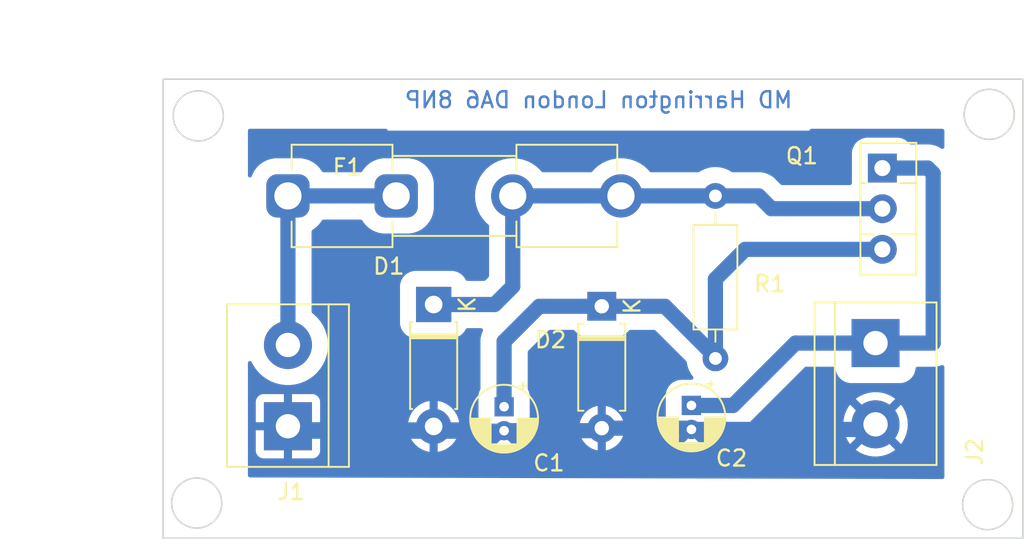
<source format=kicad_pcb>
(kicad_pcb (version 20211014) (generator pcbnew)
  (layers (0 "F.Cu" signal) (31 "B.Cu" signal) (34 "B.Paste" user) (35 "F.Paste" user) (36 "B.SilkS" user "B.Silkscreen") (37 "F.SilkS" user "F.Silkscreen") (38 "B.Mask" user) (39 "F.Mask" user) (44 "Edge.Cuts" user))
  (net 0 "")
  (net 1 "Net-(C1-Pad1)")
  (net 2 "GND")
  (net 3 "VDD")
  (net 4 "Net-(D1-Pad1)")
  (net 5 "Net-(F1-Pad1)")
  (footprint "Capacitor_THT:CP_Radial_D4.0mm_P1.50mm" (layer "F.Cu") (at 147.6 95 -90)
    (fp_text reference "C2" (at 3.3 -2.5 180) (layer "F.SilkS"))
    (fp_text value "4u7 25vwg")
    (fp_line (start 1.511 0.84) (end 1.511 1.94) (layer "F.SilkS") (width 0.12))
    (fp_line (start 0.99 -2.067) (end 0.99 -0.84) (layer "F.SilkS") (width 0.12))
    (fp_line (start 1.751 -1.83) (end 1.751 -0.84) (layer "F.SilkS") (width 0.12))
    (fp_line (start 2.231 -1.478) (end 2.231 -0.84) (layer "F.SilkS") (width 0.12))
    (fp_line (start 1.511 -1.94) (end 1.511 -0.84) (layer "F.SilkS") (width 0.12))
    (fp_line (start 1.15 0.84) (end 1.15 2.042) (layer "F.SilkS") (width 0.12))
    (fp_line (start 2.751 -0.664) (end 2.751 0.664) (layer "F.SilkS") (width 0.12))
    (fp_line (start -1.519801 -1.195) (end -1.119801 -1.195) (layer "F.SilkS") (width 0.12))
    (fp_line (start 0.87 0.84) (end 0.87 2.077) (layer "F.SilkS") (width 0.12))
    (fp_line (start 0.79 -2.08) (end 0.79 -0.84) (layer "F.SilkS") (width 0.12))
    (fp_line (start 1.23 -2.025) (end 1.23 -0.84) (layer "F.SilkS") (width 0.12))
    (fp_line (start 2.711 -0.768) (end 2.711 0.768) (layer "F.SilkS") (width 0.12))
    (fp_line (start 0.83 -2.079) (end 0.83 -0.84) (layer "F.SilkS") (width 0.12))
    (fp_line (start 1.43 0.84) (end 1.43 1.968) (layer "F.SilkS") (width 0.12))
    (fp_line (start 2.111 0.84) (end 2.111 1.587) (layer "F.SilkS") (width 0.12))
    (fp_line (start 1.39 0.84) (end 1.39 1.982) (layer "F.SilkS") (width 0.12))
    (fp_line (start 1.11 0.84) (end 1.11 2.05) (layer "F.SilkS") (width 0.12))
    (fp_line (start 2.151 -1.552) (end 2.151 -0.84) (layer "F.SilkS") (width 0.12))
    (fp_line (start 1.31 0.84) (end 1.31 2.005) (layer "F.SilkS") (width 0.12))
    (fp_line (start 0.95 -2.071) (end 0.95 -0.84) (layer "F.SilkS") (width 0.12))
    (fp_line (start 1.31 -2.005) (end 1.31 -0.84) (layer "F.SilkS") (width 0.12))
    (fp_line (start 2.071 -1.619) (end 2.071 -0.84) (layer "F.SilkS") (width 0.12))
    (fp_line (start 1.471 -1.954) (end 1.471 -0.84) (layer "F.SilkS") (width 0.12))
    (fp_line (start 1.19 -2.034) (end 1.19 -0.84) (layer "F.SilkS") (width 0.12))
    (fp_line (start 1.15 -2.042) (end 1.15 -0.84) (layer "F.SilkS") (width 0.12))
    (fp_line (start 2.271 0.84) (end 2.271 1.438) (layer "F.SilkS") (width 0.12))
    (fp_line (start 2.591 -1.013) (end 2.591 1.013) (layer "F.SilkS") (width 0.12))
    (fp_line (start 2.031 0.84) (end 2.031 1.65) (layer "F.SilkS") (width 0.12))
    (fp_line (start 0.99 0.84) (end 0.99 2.067) (layer "F.SilkS") (width 0.12))
    (fp_line (start 2.191 0.84) (end 2.191 1.516) (layer "F.SilkS") (width 0.12))
    (fp_line (start 2.791 -0.537) (end 2.791 0.537) (layer "F.SilkS") (width 0.12))
    (fp_line (start 2.431 -1.254) (end 2.431 1.254) (layer "F.SilkS") (width 0.12))
    (fp_line (start 0.91 -2.074) (end 0.91 -0.84) (layer "F.SilkS") (width 0.12))
    (fp_line (start 1.831 0.84) (end 1.831 1.785) (layer "F.SilkS") (width 0.12))
    (fp_line (start 1.27 0.84) (end 1.27 2.016) (layer "F.SilkS") (width 0.12))
    (fp_line (start 1.19 0.84) (end 1.19 2.034) (layer "F.SilkS") (width 0.12))
    (fp_line (start 1.951 0.84) (end 1.951 1.708) (layer "F.SilkS") (width 0.12))
    (fp_line (start 2.231 0.84) (end 2.231 1.478) (layer "F.SilkS") (width 0.12))
    (fp_line (start 2.311 -1.396) (end 2.311 -0.84) (layer "F.SilkS") (width 0.12))
    (fp_line (start 1.471 0.84) (end 1.471 1.954) (layer "F.SilkS") (width 0.12))
    (fp_line (start 1.991 0.84) (end 1.991 1.68) (layer "F.SilkS") (width 0.12))
    (fp_line (start 2.151 0.84) (end 2.151 1.552) (layer "F.SilkS") (width 0.12))
    (fp_line (start 1.711 -1.851) (end 1.711 -0.84) (layer "F.SilkS") (width 0.12))
    (fp_line (start 2.671 -0.859) (end 2.671 0.859) (layer "F.SilkS") (width 0.12))
    (fp_line (start 2.511 -1.142) (end 2.511 1.142) (layer "F.SilkS") (width 0.12))
    (fp_line (start 1.831 -1.785) (end 1.831 -0.84) (layer "F.SilkS") (width 0.12))
    (fp_line (start 1.551 -1.924) (end 1.551 -0.84) (layer "F.SilkS") (width 0.12))
    (fp_line (start 2.271 -1.438) (end 2.271 -0.84) (layer "F.SilkS") (width 0.12))
    (fp_line (start 2.071 0.84) (end 2.071 1.619) (layer "F.SilkS") (width 0.12))
    (fp_line (start 0.83 0.84) (end 0.83 2.079) (layer "F.SilkS") (width 0.12))
    (fp_line (start 1.711 0.84) (end 1.711 1.851) (layer "F.SilkS") (width 0.12))
    (fp_line (start 0.91 0.84) (end 0.91 2.074) (layer "F.SilkS") (width 0.12))
    (fp_line (start 1.671 -1.87) (end 1.671 -0.84) (layer "F.SilkS") (width 0.12))
    (fp_line (start 1.911 -1.735) (end 1.911 -0.84) (layer "F.SilkS") (width 0.12))
    (fp_line (start 0.95 0.84) (end 0.95 2.071) (layer "F.SilkS") (width 0.12))
    (fp_line (start 1.631 -1.889) (end 1.631 -0.84) (layer "F.SilkS") (width 0.12))
    (fp_line (start 1.551 0.84) (end 1.551 1.924) (layer "F.SilkS") (width 0.12))
    (fp_line (start 2.111 -1.587) (end 2.111 -0.84) (layer "F.SilkS") (width 0.12))
    (fp_line (start 0.87 -2.077) (end 0.87 -0.84) (layer "F.SilkS") (width 0.12))
    (fp_line (start 1.871 -1.76) (end 1.871 -0.84) (layer "F.SilkS") (width 0.12))
    (fp_line (start 1.03 0.84) (end 1.03 2.062) (layer "F.SilkS") (width 0.12))
    (fp_line (start 1.951 -1.708) (end 1.951 -0.84) (layer "F.SilkS") (width 0.12))
    (fp_line (start 2.471 -1.2) (end 2.471 1.2) (layer "F.SilkS") (width 0.12))
    (fp_line (start 1.07 -2.056) (end 1.07 -0.84) (layer "F.SilkS") (width 0.12))
    (fp_line (start 2.191 -1.516) (end 2.191 -0.84) (layer "F.SilkS") (width 0.12))
    (fp_line (start 1.03 -2.062) (end 1.03 -0.84) (layer "F.SilkS") (width 0.12))
    (fp_line (start 1.35 -1.994) (end 1.35 -0.84) (layer "F.SilkS") (width 0.12))
    (fp_line (start 0.75 0.84) (end 0.75 2.08) (layer "F.SilkS") (width 0.12))
    (fp_line (start 1.671 0.84) (end 1.671 1.87) (layer "F.SilkS") (width 0.12))
    (fp_line (start 0.79 0.84) (end 0.79 2.08) (layer "F.SilkS") (width 0.12))
    (fp_line (start 2.031 -1.65) (end 2.031 -0.84) (layer "F.SilkS") (width 0.12))
    (fp_line (start 1.23 0.84) (end 1.23 2.025) (layer "F.SilkS") (width 0.12))
    (fp_line (start 1.43 -1.968) (end 1.43 -0.84) (layer "F.SilkS") (width 0.12))
    (fp_line (start 2.351 -1.351) (end 2.351 1.351) (layer "F.SilkS") (width 0.12))
    (fp_line (start 0.75 -2.08) (end 0.75 -0.84) (layer "F.SilkS") (width 0.12))
    (fp_line (start 2.831 -0.37) (end 2.831 0.37) (layer "F.SilkS") (width 0.12))
    (fp_line (start 2.391 -1.304) (end 2.391 1.304) (layer "F.SilkS") (width 0.12))
    (fp_line (start 1.991 -1.68) (end 1.991 -0.84) (layer "F.SilkS") (width 0.12))
    (fp_line (start 1.39 -1.982) (end 1.39 -0.84) (layer "F.SilkS") (width 0.12))
    (fp_line (start 1.911 0.84) (end 1.911 1.735) (layer "F.SilkS") (width 0.12))
    (fp_line (start 1.591 0.84) (end 1.591 1.907) (layer "F.SilkS") (width 0.12))
    (fp_line (start 1.07 0.84) (end 1.07 2.056) (layer "F.SilkS") (width 0.12))
    (fp_line (start 1.751 0.84) (end 1.751 1.83) (layer "F.SilkS") (width 0.12))
    (fp_line (start 1.27 -2.016) (end 1.27 -0.84) (layer "F.SilkS") (width 0.12))
    (fp_line (start 1.35 0.84) (end 1.35 1.994) (layer "F.SilkS") (width 0.12))
    (fp_line (start 1.791 -1.808) (end 1.791 -0.84) (layer "F.SilkS") (width 0.12))
    (fp_line (start -1.319801 -1.395) (end -1.319801 -0.995) (layer "F.SilkS") (width 0.12))
    (fp_line (start 1.791 0.84) (end 1.791 1.808) (layer "F.SilkS") (width 0.12))
    (fp_line (start 1.631 0.84) (end 1.631 1.889) (layer "F.SilkS") (width 0.12))
    (fp_line (start 2.311 0.84) (end 2.311 1.396) (layer "F.SilkS") (width 0.12))
    (fp_line (start 1.11 -2.05) (end 1.11 -0.84) (layer "F.SilkS") (width 0.12))
    (fp_line (start 1.591 -1.907) (end 1.591 -0.84) (layer "F.SilkS") (width 0.12))
    (fp_line (start 2.551 -1.08) (end 2.551 1.08) (layer "F.SilkS") (width 0.12))
    (fp_line (start 1.871 0.84) (end 1.871 1.76) (layer "F.SilkS") (width 0.12))
    (fp_line (start 2.631 -0.94) (end 2.631 0.94) (layer "F.SilkS") (width 0.12))
    (fp_circle (center 0.75 0) (end 2.87 0) (layer "F.SilkS") (width 0.12) (fill none))
    (pad "1" thru_hole rect (at 0 0 270) (size 1.2 1.2) (drill 0.6) (layers *.Cu *.Mask) (net 3 "VDD"))
    (pad "2" thru_hole circle (at 1.5 0 270) (size 1.2 1.2) (drill 0.6) (layers *.Cu *.Mask) (net 2 "GND"))
  )
  (footprint "TerminalBlock:TerminalBlock_bornier-2_P5.08mm" (layer "F.Cu") (at 159.1 91.1 -90)
    (fp_text reference "J2" (at 6.8 -6.2 -90) (layer "F.SilkS"))
    (fp_text value "5 volt Out")
    (fp_line (start -2.54 3.81) (end 7.62 3.81) (layer "F.SilkS") (width 0.12))
    (fp_line (start 7.62 -3.81) (end -2.54 -3.81) (layer "F.SilkS") (width 0.12))
    (fp_line (start 7.62 2.54) (end -2.54 2.54) (layer "F.SilkS") (width 0.12))
    (fp_line (start 7.62 3.81) (end 7.62 -3.81) (layer "F.SilkS") (width 0.12))
    (fp_line (start -2.54 -3.81) (end -2.54 3.81) (layer "F.SilkS") (width 0.12))
    (pad "1" thru_hole rect (at 0 0 270) (size 3 3) (drill 1.52) (layers *.Cu *.Mask) (net 3 "VDD"))
    (pad "2" thru_hole circle (at 5.08 0 270) (size 3 3) (drill 1.52) (layers *.Cu *.Mask) (net 2 "GND"))
  )
  (footprint "Diode_THT:D_A-405_P7.62mm_Horizontal" (layer "F.Cu") (at 142 88.8 -90)
    (fp_text reference "D2" (at 2.1 3.2 180) (layer "F.SilkS"))
    (fp_text value "5v1 1 watt")
    (fp_text user "K" (at 0 -1.9 90) (layer "F.SilkS"))
    (fp_line (start 6.53 1.47) (end 6.53 1.14) (layer "F.SilkS") (width 0.12))
    (fp_line (start 1.09 -1.14) (end 1.09 -1.47) (layer "F.SilkS") (width 0.12))
    (fp_line (start 1.87 -1.47) (end 1.87 1.47) (layer "F.SilkS") (width 0.12))
    (fp_line (start 2.11 -1.47) (end 2.11 1.47) (layer "F.SilkS") (width 0.12))
    (fp_line (start 1.99 -1.47) (end 1.99 1.47) (layer "F.SilkS") (width 0.12))
    (fp_line (start 6.53 -1.47) (end 6.53 -1.14) (layer "F.SilkS") (width 0.12))
    (fp_line (start 1.09 1.47) (end 6.53 1.47) (layer "F.SilkS") (width 0.12))
    (fp_line (start 1.09 1.14) (end 1.09 1.47) (layer "F.SilkS") (width 0.12))
    (fp_line (start 1.09 -1.47) (end 6.53 -1.47) (layer "F.SilkS") (width 0.12))
    (pad "1" thru_hole rect (at 0 0 270) (size 1.8 1.8) (drill 0.9) (layers *.Cu *.Mask) (net 1 "Net-(C1-Pad1)"))
    (pad "2" thru_hole oval (at 7.62 0 270) (size 1.8 1.8) (drill 0.9) (layers *.Cu *.Mask) (net 2 "GND"))
  )
  (footprint "Capacitor_THT:CP_Radial_D4.0mm_P1.50mm" (layer "F.Cu") (at 135.9 95.077401 -90)
    (fp_text reference "C1" (at 3.522599 -2.8 180) (layer "F.SilkS"))
    (fp_text value "10uf ")
    (fp_line (start 1.43 -1.968) (end 1.43 -0.84) (layer "F.SilkS") (width 0.12))
    (fp_line (start 0.79 -2.08) (end 0.79 -0.84) (layer "F.SilkS") (width 0.12))
    (fp_line (start 1.831 -1.785) (end 1.831 -0.84) (layer "F.SilkS") (width 0.12))
    (fp_line (start -1.319801 -1.395) (end -1.319801 -0.995) (layer "F.SilkS") (width 0.12))
    (fp_line (start 2.271 0.84) (end 2.271 1.438) (layer "F.SilkS") (width 0.12))
    (fp_line (start 1.23 0.84) (end 1.23 2.025) (layer "F.SilkS") (width 0.12))
    (fp_line (start 0.83 0.84) (end 0.83 2.079) (layer "F.SilkS") (width 0.12))
    (fp_line (start 0.75 0.84) (end 0.75 2.08) (layer "F.SilkS") (width 0.12))
    (fp_line (start 1.35 0.84) (end 1.35 1.994) (layer "F.SilkS") (width 0.12))
    (fp_line (start 1.15 -2.042) (end 1.15 -0.84) (layer "F.SilkS") (width 0.12))
    (fp_line (start 0.87 0.84) (end 0.87 2.077) (layer "F.SilkS") (width 0.12))
    (fp_line (start 1.11 0.84) (end 1.11 2.05) (layer "F.SilkS") (width 0.12))
    (fp_line (start 2.511 -1.142) (end 2.511 1.142) (layer "F.SilkS") (width 0.12))
    (fp_line (start 1.631 -1.889) (end 1.631 -0.84) (layer "F.SilkS") (width 0.12))
    (fp_line (start 2.231 0.84) (end 2.231 1.478) (layer "F.SilkS") (width 0.12))
    (fp_line (start 1.551 0.84) (end 1.551 1.924) (layer "F.SilkS") (width 0.12))
    (fp_line (start 2.591 -1.013) (end 2.591 1.013) (layer "F.SilkS") (width 0.12))
    (fp_line (start 1.31 0.84) (end 1.31 2.005) (layer "F.SilkS") (width 0.12))
    (fp_line (start 1.07 -2.056) (end 1.07 -0.84) (layer "F.SilkS") (width 0.12))
    (fp_line (start 2.311 0.84) (end 2.311 1.396) (layer "F.SilkS") (width 0.12))
    (fp_line (start 2.471 -1.2) (end 2.471 1.2) (layer "F.SilkS") (width 0.12))
    (fp_line (start 1.471 0.84) (end 1.471 1.954) (layer "F.SilkS") (width 0.12))
    (fp_line (start 1.711 -1.851) (end 1.711 -0.84) (layer "F.SilkS") (width 0.12))
    (fp_line (start 1.23 -2.025) (end 1.23 -0.84) (layer "F.SilkS") (width 0.12))
    (fp_line (start 2.311 -1.396) (end 2.311 -0.84) (layer "F.SilkS") (width 0.12))
    (fp_line (start 1.951 -1.708) (end 1.951 -0.84) (layer "F.SilkS") (width 0.12))
    (fp_line (start 2.751 -0.664) (end 2.751 0.664) (layer "F.SilkS") (width 0.12))
    (fp_line (start 1.471 -1.954) (end 1.471 -0.84) (layer "F.SilkS") (width 0.12))
    (fp_line (start 2.191 0.84) (end 2.191 1.516) (layer "F.SilkS") (width 0.12))
    (fp_line (start 1.671 0.84) (end 1.671 1.87) (layer "F.SilkS") (width 0.12))
    (fp_line (start 2.031 -1.65) (end 2.031 -0.84) (layer "F.SilkS") (width 0.12))
    (fp_line (start 2.271 -1.438) (end 2.271 -0.84) (layer "F.SilkS") (width 0.12))
    (fp_line (start 2.551 -1.08) (end 2.551 1.08) (layer "F.SilkS") (width 0.12))
    (fp_line (start 2.191 -1.516) (end 2.191 -0.84) (layer "F.SilkS") (width 0.12))
    (fp_line (start 2.711 -0.768) (end 2.711 0.768) (layer "F.SilkS") (width 0.12))
    (fp_line (start 0.87 -2.077) (end 0.87 -0.84) (layer "F.SilkS") (width 0.12))
    (fp_line (start 1.39 -1.982) (end 1.39 -0.84) (layer "F.SilkS") (width 0.12))
    (fp_line (start 1.19 -2.034) (end 1.19 -0.84) (layer "F.SilkS") (width 0.12))
    (fp_line (start 0.75 -2.08) (end 0.75 -0.84) (layer "F.SilkS") (width 0.12))
    (fp_line (start 0.95 0.84) (end 0.95 2.071) (layer "F.SilkS") (width 0.12))
    (fp_line (start 1.991 -1.68) (end 1.991 -0.84) (layer "F.SilkS") (width 0.12))
    (fp_line (start 2.151 0.84) (end 2.151 1.552) (layer "F.SilkS") (width 0.12))
    (fp_line (start 2.791 -0.537) (end 2.791 0.537) (layer "F.SilkS") (width 0.12))
    (fp_line (start 0.83 -2.079) (end 0.83 -0.84) (layer "F.SilkS") (width 0.12))
    (fp_line (start 1.19 0.84) (end 1.19 2.034) (layer "F.SilkS") (width 0.12))
    (fp_line (start 1.03 -2.062) (end 1.03 -0.84) (layer "F.SilkS") (width 0.12))
    (fp_line (start 2.071 -1.619) (end 2.071 -0.84) (layer "F.SilkS") (width 0.12))
    (fp_line (start 1.591 -1.907) (end 1.591 -0.84) (layer "F.SilkS") (width 0.12))
    (fp_line (start 2.831 -0.37) (end 2.831 0.37) (layer "F.SilkS") (width 0.12))
    (fp_line (start 1.871 -1.76) (end 1.871 -0.84) (layer "F.SilkS") (width 0.12))
    (fp_line (start 1.911 0.84) (end 1.911 1.735) (layer "F.SilkS") (width 0.12))
    (fp_line (start 2.071 0.84) (end 2.071 1.619) (layer "F.SilkS") (width 0.12))
    (fp_line (start 0.91 0.84) (end 0.91 2.074) (layer "F.SilkS") (width 0.12))
    (fp_line (start 2.111 0.84) (end 2.111 1.587) (layer "F.SilkS") (width 0.12))
    (fp_line (start 1.791 -1.808) (end 1.791 -0.84) (layer "F.SilkS") (width 0.12))
    (fp_line (start 1.871 0.84) (end 1.871 1.76) (layer "F.SilkS") (width 0.12))
    (fp_line (start 1.15 0.84) (end 1.15 2.042) (layer "F.SilkS") (width 0.12))
    (fp_line (start 2.431 -1.254) (end 2.431 1.254) (layer "F.SilkS") (width 0.12))
    (fp_line (start 1.27 0.84) (end 1.27 2.016) (layer "F.SilkS") (width 0.12))
    (fp_line (start 1.43 0.84) (end 1.43 1.968) (layer "F.SilkS") (width 0.12))
    (fp_line (start 2.111 -1.587) (end 2.111 -0.84) (layer "F.SilkS") (width 0.12))
    (fp_line (start 2.671 -0.859) (end 2.671 0.859) (layer "F.SilkS") (width 0.12))
    (fp_line (start 0.79 0.84) (end 0.79 2.08) (layer "F.SilkS") (width 0.12))
    (fp_line (start 1.591 0.84) (end 1.591 1.907) (layer "F.SilkS") (width 0.12))
    (fp_line (start 2.391 -1.304) (end 2.391 1.304) (layer "F.SilkS") (width 0.12))
    (fp_line (start 1.511 -1.94) (end 1.511 -0.84) (layer "F.SilkS") (width 0.12))
    (fp_line (start 1.39 0.84) (end 1.39 1.982) (layer "F.SilkS") (width 0.12))
    (fp_line (start 1.831 0.84) (end 1.831 1.785) (layer "F.SilkS") (width 0.12))
    (fp_line (start 2.151 -1.552) (end 2.151 -0.84) (layer "F.SilkS") (width 0.12))
    (fp_line (start 1.671 -1.87) (end 1.671 -0.84) (layer "F.SilkS") (width 0.12))
    (fp_line (start 1.631 0.84) (end 1.631 1.889) (layer "F.SilkS") (width 0.12))
    (fp_line (start 1.31 -2.005) (end 1.31 -0.84) (layer "F.SilkS") (width 0.12))
    (fp_line (start 2.031 0.84) (end 2.031 1.65) (layer "F.SilkS") (width 0.12))
    (fp_line (start 1.07 0.84) (end 1.07 2.056) (layer "F.SilkS") (width 0.12))
    (fp_line (start 1.791 0.84) (end 1.791 1.808) (layer "F.SilkS") (width 0.12))
    (fp_line (start 0.91 -2.074) (end 0.91 -0.84) (layer "F.SilkS") (width 0.12))
    (fp_line (start 2.231 -1.478) (end 2.231 -0.84) (layer "F.SilkS") (width 0.12))
    (fp_line (start 1.03 0.84) (end 1.03 2.062) (layer "F.SilkS") (width 0.12))
    (fp_line (start 1.11 -2.05) (end 1.11 -0.84) (layer "F.SilkS") (width 0.12))
    (fp_line (start 1.751 -1.83) (end 1.751 -0.84) (layer "F.SilkS") (width 0.12))
    (fp_line (start 0.95 -2.071) (end 0.95 -0.84) (layer "F.SilkS") (width 0.12))
    (fp_line (start 1.991 0.84) (end 1.991 1.68) (layer "F.SilkS") (width 0.12))
    (fp_line (start 1.751 0.84) (end 1.751 1.83) (layer "F.SilkS") (width 0.12))
    (fp_line (start 1.551 -1.924) (end 1.551 -0.84) (layer "F.SilkS") (width 0.12))
    (fp_line (start 1.35 -1.994) (end 1.35 -0.84) (layer "F.SilkS") (width 0.12))
    (fp_line (start 1.711 0.84) (end 1.711 1.851) (layer "F.SilkS") (width 0.12))
    (fp_line (start -1.519801 -1.195) (end -1.119801 -1.195) (layer "F.SilkS") (width 0.12))
    (fp_line (start 2.351 -1.351) (end 2.351 1.351) (layer "F.SilkS") (width 0.12))
    (fp_line (start 2.631 -0.94) (end 2.631 0.94) (layer "F.SilkS") (width 0.12))
    (fp_line (start 0.99 -2.067) (end 0.99 -0.84) (layer "F.SilkS") (width 0.12))
    (fp_line (start 1.511 0.84) (end 1.511 1.94) (layer "F.SilkS") (width 0.12))
    (fp_line (start 0.99 0.84) (end 0.99 2.067) (layer "F.SilkS") (width 0.12))
    (fp_line (start 1.951 0.84) (end 1.951 1.708) (layer "F.SilkS") (width 0.12))
    (fp_line (start 1.27 -2.016) (end 1.27 -0.84) (layer "F.SilkS") (width 0.12))
    (fp_line (start 1.911 -1.735) (end 1.911 -0.84) (layer "F.SilkS") (width 0.12))
    (fp_circle (center 0.75 0) (end 2.87 0) (layer "F.SilkS") (width 0.12) (fill none))
    (pad "1" thru_hole rect (at 0 0 270) (size 1.2 1.2) (drill 0.6) (layers *.Cu *.Mask) (net 1 "Net-(C1-Pad1)"))
    (pad "2" thru_hole circle (at 1.5 0 270) (size 1.2 1.2) (drill 0.6) (layers *.Cu *.Mask) (net 2 "GND"))
  )
  (footprint "Resistor_THT:R_Axial_DIN0207_L6.3mm_D2.5mm_P10.16mm_Horizontal" (layer "F.Cu") (at 149.1 81.9 -90)
    (fp_text reference "R1" (at 5.5 -3.4 180) (layer "F.SilkS"))
    (fp_text value "820R")
    (fp_line (start 8.35 1.37) (end 8.35 -1.37) (layer "F.SilkS") (width 0.12))
    (fp_line (start 9.12 0) (end 8.35 0) (layer "F.SilkS") (width 0.12))
    (fp_line (start 8.35 -1.37) (end 1.81 -1.37) (layer "F.SilkS") (width 0.12))
    (fp_line (start 1.81 1.37) (end 8.35 1.37) (layer "F.SilkS") (width 0.12))
    (fp_line (start 1.04 0) (end 1.81 0) (layer "F.SilkS") (width 0.12))
    (fp_line (start 1.81 -1.37) (end 1.81 1.37) (layer "F.SilkS") (width 0.12))
    (pad "1" thru_hole circle (at 0 0 270) (size 1.6 1.6) (drill 0.8) (layers *.Cu *.Mask) (net 4 "Net-(D1-Pad1)"))
    (pad "2" thru_hole oval (at 10.16 0 270) (size 1.6 1.6) (drill 0.8) (layers *.Cu *.Mask) (net 1 "Net-(C1-Pad1)"))
  )
  (footprint "Diode_THT:D_DO-41_SOD81_P7.62mm_Horizontal" (layer "F.Cu") (at 131.5 88.69 -90)
    (fp_text reference "D1" (at -2.39 2.8 180) (layer "F.SilkS"))
    (fp_text value "1N4001")
    (fp_text user "K" (at 0 -2.1 90) (layer "F.SilkS"))
    (fp_line (start 6.53 -1.47) (end 6.53 -1.34) (layer "F.SilkS") (width 0.12))
    (fp_line (start 6.53 1.47) (end 6.53 1.34) (layer "F.SilkS") (width 0.12))
    (fp_line (start 1.09 -1.47) (end 6.53 -1.47) (layer "F.SilkS") (width 0.12))
    (fp_line (start 1.09 1.47) (end 6.53 1.47) (layer "F.SilkS") (width 0.12))
    (fp_line (start 1.09 1.34) (end 1.09 1.47) (layer "F.SilkS") (width 0.12))
    (fp_line (start 2.11 -1.47) (end 2.11 1.47) (layer "F.SilkS") (width 0.12))
    (fp_line (start 1.09 -1.34) (end 1.09 -1.47) (layer "F.SilkS") (width 0.12))
    (fp_line (start 1.99 -1.47) (end 1.99 1.47) (layer "F.SilkS") (width 0.12))
    (fp_line (start 1.87 -1.47) (end 1.87 1.47) (layer "F.SilkS") (width 0.12))
    (pad "1" thru_hole rect (at 0 0 270) (size 2.2 2.2) (drill 1.1) (layers *.Cu *.Mask) (net 4 "Net-(D1-Pad1)"))
    (pad "2" thru_hole oval (at 7.62 0 270) (size 2.2 2.2) (drill 1.1) (layers *.Cu *.Mask) (net 2 "GND"))
  )
  (footprint "Package_TO_SOT_THT:TO-126-3_Vertical" (layer "F.Cu") (at 159.525 80.16 -90)
    (fp_text reference "Q1" (at -0.76 5.025 180) (layer "F.SilkS"))
    (fp_text value "BD237")
    (fp_line (start 0.94 -2.12) (end 0.94 -1.05) (layer "F.SilkS") (width 0.12))
    (fp_line (start 6.66 -2.12) (end 6.66 1.37) (layer "F.SilkS") (width 0.12))
    (fp_line (start -1.58 -2.12) (end 6.66 -2.12) (layer "F.SilkS") (width 0.12))
    (fp_line (start 4.141 -2.12) (end 4.141 -0.54) (layer "F.SilkS") (width 0.12))
    (fp_line (start 0.94 1.05) (end 0.94 1.37) (layer "F.SilkS") (width 0.12))
    (fp_line (start -1.58 1.37) (end 6.66 1.37) (layer "F.SilkS") (width 0.12))
    (fp_line (start -1.58 -2.12) (end -1.58 1.37) (layer "F.SilkS") (width 0.12))
    (fp_line (start 4.141 0.54) (end 4.141 1.37) (layer "F.SilkS") (width 0.12))
    (pad "1" thru_hole rect (at 0 0 270) (size 1.8 1.8) (drill 1) (layers *.Cu *.Mask) (net 3 "VDD"))
    (pad "2" thru_hole oval (at 2.54 0 270) (size 1.8 1.8) (drill 1) (layers *.Cu *.Mask) (net 4 "Net-(D1-Pad1)"))
    (pad "3" thru_hole oval (at 5.08 0 270) (size 1.8 1.8) (drill 1) (layers *.Cu *.Mask) (net 1 "Net-(C1-Pad1)"))
  )
  (footprint "Fuse:Fuseholder_Clip-5x20mm_Eaton_1A5601-01_Inline_P20.80x6.76mm_D1.70mm_Horizontal" (layer "F.Cu") (at 122.4 81.9)
    (fp_text reference "F1" (at 3.7 -1.8) (layer "F.SilkS"))
    (fp_text value "fuse")
    (fp_line (start 14.27 -3.2) (end 14.27 -1.6) (layer "F.SilkS") (width 0.12))
    (fp_line (start 14.27 3.2) (end 20.57 3.2) (layer "F.SilkS") (width 0.12))
    (fp_line (start 6.53 -3.2) (end 6.53 -1.6) (layer "F.SilkS") (width 0.12))
    (fp_line (start 6.53 3.2) (end 0.23 3.2) (layer "F.SilkS") (width 0.12))
    (fp_line (start 14.27 3.2) (end 14.27 1.6) (layer "F.SilkS") (width 0.12))
    (fp_line (start 14.27 -2.5) (end 6.53 -2.5) (layer "F.SilkS") (width 0.12))
    (fp_line (start 6.53 -3.2) (end 0.23 -3.2) (layer "F.SilkS") (width 0.12))
    (fp_line (start 0.23 3.2) (end 0.23 1.6) (layer "F.SilkS") (width 0.12))
    (fp_line (start 0.23 -3.2) (end 0.23 -1.6) (layer "F.SilkS") (width 0.12))
    (fp_line (start 6.53 3.2) (end 6.53 1.6) (layer "F.SilkS") (width 0.12))
    (fp_line (start 20.57 -1.6) (end 20.57 -3.2) (layer "F.SilkS") (width 0.12))
    (fp_line (start 14.27 2.5) (end 6.53 2.5) (layer "F.SilkS") (width 0.12))
    (fp_line (start 20.57 1.6) (end 20.57 3.2) (layer "F.SilkS") (width 0.12))
    (fp_line (start 20.57 -3.2) (end 14.27 -3.2) (layer "F.SilkS") (width 0.12))
    (pad "1" thru_hole roundrect (at 0 0) (size 2.7 2.7) (drill 1.7) (layers *.Cu *.Mask) (net 5 "Net-(F1-Pad1)"))
    (pad "1" thru_hole roundrect (at 6.76 0) (size 2.7 2.7) (drill 1.7) (layers *.Cu *.Mask) (net 5 "Net-(F1-Pad1)"))
    (pad "2" thru_hole circle (at 14.04 0) (size 2.7 2.7) (drill 1.7) (layers *.Cu *.Mask) (net 4 "Net-(D1-Pad1)"))
    (pad "2" thru_hole circle (at 20.8 0) (size 2.7 2.7) (drill 1.7) (layers *.Cu *.Mask) (net 4 "Net-(D1-Pad1)"))
  )
  (footprint "TerminalBlock:TerminalBlock_bornier-2_P5.08mm" (layer "F.Cu") (at 122.4 96.3 90)
    (fp_text reference "J1" (at -4.1 0.2 180) (layer "F.SilkS"))
    (fp_text value "12V In")
    (fp_line (start 7.62 3.81) (end 7.62 -3.81) (layer "F.SilkS") (width 0.12))
    (fp_line (start -2.54 3.81) (end 7.62 3.81) (layer "F.SilkS") (width 0.12))
    (fp_line (start -2.54 -3.81) (end -2.54 3.81) (layer "F.SilkS") (width 0.12))
    (fp_line (start 7.62 2.54) (end -2.54 2.54) (layer "F.SilkS") (width 0.12))
    (fp_line (start 7.62 -3.81) (end -2.54 -3.81) (layer "F.SilkS") (width 0.12))
    (pad "1" thru_hole rect (at 0 0 90) (size 3 3) (drill 1.52) (layers *.Cu *.Mask) (net 2 "GND"))
    (pad "2" thru_hole circle (at 5.08 0 90) (size 3 3) (drill 1.52) (layers *.Cu *.Mask) (net 5 "Net-(F1-Pad1)"))
  )
  (gr_rect (start 114.6 74.6) (end 168.3 103.3) (layer "Edge.Cuts") (width 0.1) (fill none))
  (gr_circle (center 166.2 76.8) (end 167.6 77.5) (layer "Edge.Cuts") (width 0.1) (fill none))
  (gr_circle (center 116.8 76.9) (end 118.2 77.6) (layer "Edge.Cuts") (width 0.1) (fill none))
  (gr_circle (center 166.1 101.2) (end 167.5 101.9) (layer "Edge.Cuts") (width 0.1) (fill none))
  (gr_circle (center 116.7 101.1) (end 118.1 101.8) (layer "Edge.Cuts") (width 0.1) (fill none))
  (gr_text "MD Harrington London DA6 8NP" (at 141.8 75.9) (layer "B.Cu") (effects (font (size 1 1)) (justify mirror)))
  (segment (start 149.1 91.96) (end 149.1 92.06) (width 0.95) (layer "B.Cu") (net 1))
  (segment (start 142 88.8) (end 145.94 88.8) (width 0.95) (layer "B.Cu") (net 1))
  (segment (start 138.1 88.8) (end 135.9 91) (width 0.95) (layer "B.Cu") (net 1))
  (segment (start 142 88.8) (end 138.1 88.8) (width 0.95) (layer "B.Cu") (net 1))
  (segment (start 135.9 91) (end 135.9 95.077401) (width 0.95) (layer "B.Cu") (net 1))
  (segment (start 150.96 85.24) (end 159.525 85.24) (width 0.95) (layer "B.Cu") (net 1))
  (segment (start 145.94 88.8) (end 149.1 91.96) (width 0.95) (layer "B.Cu") (net 1))
  (segment (start 149.1 92.06) (end 149.1 87.1) (width 0.95) (layer "B.Cu") (net 1))
  (segment (start 149.1 87.1) (end 150.96 85.24) (width 0.95) (layer "B.Cu") (net 1))
  (segment (start 122.71 96.61) (end 135.867401 96.61) (width 0.95) (layer "B.Cu") (net 2))
  (segment (start 142 96.42) (end 147.52 96.42) (width 0.95) (layer "B.Cu") (net 2))
  (segment (start 147.52 96.42) (end 147.6 96.5) (width 0.95) (layer "B.Cu") (net 2))
  (segment (start 141.842599 96.577401) (end 142 96.42) (width 0.95) (layer "B.Cu") (net 2))
  (segment (start 158.78 96.5) (end 159.1 96.18) (width 0.95) (layer "B.Cu") (net 2))
  (segment (start 135.867401 96.61) (end 135.9 96.577401) (width 0.95) (layer "B.Cu") (net 2))
  (segment (start 147.6 96.5) (end 158.78 96.5) (width 0.95) (layer "B.Cu") (net 2))
  (segment (start 135.9 96.577401) (end 141.842599 96.577401) (width 0.95) (layer "B.Cu") (net 2))
  (segment (start 122.4 96.3) (end 122.71 96.61) (width 0.95) (layer "B.Cu") (net 2))
  (segment (start 147.6 95) (end 150.2 95) (width 0.95) (layer "B.Cu") (net 3))
  (segment (start 154.1 91.1) (end 159.1 91.1) (width 0.95) (layer "B.Cu") (net 3))
  (segment (start 159.525 80.16) (end 162.36 80.16) (width 0.95) (layer "B.Cu") (net 3))
  (segment (start 162.7 91.1) (end 159.1 91.1) (width 0.95) (layer "B.Cu") (net 3))
  (segment (start 162.36 80.16) (end 162.7 80.5) (width 0.95) (layer "B.Cu") (net 3))
  (segment (start 162.7 80.5) (end 162.7 91.1) (width 0.95) (layer "B.Cu") (net 3))
  (segment (start 150.2 95) (end 154.1 91.1) (width 0.95) (layer "B.Cu") (net 3))
  (segment (start 143.2 81.9) (end 149.1 81.9) (width 0.95) (layer "B.Cu") (net 4))
  (segment (start 159.525 82.7) (end 152.6 82.7) (width 0.95) (layer "B.Cu") (net 4))
  (segment (start 136.44 81.9) (end 143.2 81.9) (width 0.95) (layer "B.Cu") (net 4))
  (segment (start 151.8 81.9) (end 149.1 81.9) (width 0.95) (layer "B.Cu") (net 4))
  (segment (start 136.44 81.9) (end 136.44 87.56) (width 0.95) (layer "B.Cu") (net 4))
  (segment (start 136.44 87.56) (end 135.31 88.69) (width 0.95) (layer "B.Cu") (net 4))
  (segment (start 135.31 88.69) (end 131.5 88.69) (width 0.95) (layer "B.Cu") (net 4))
  (segment (start 152.6 82.7) (end 151.8 81.9) (width 0.95) (layer "B.Cu") (net 4))
  (segment (start 122.4 81.9) (end 129.16 81.9) (width 0.95) (layer "B.Cu") (net 5))
  (segment (start 122.4 91.22) (end 122.4 81.9) (width 0.95) (layer "B.Cu") (net 5))
  (zone (net 2) (net_name "GND") (layer "B.Cu") (connect_pads (clearance 1)) (min_thickness 0.254) (fill yes (thermal_gap 0.508) (thermal_bridge_width 0.508))
    (polygon (pts (xy 163.4 99.6) (xy 119.9 99.5) (xy 119.9 77.7) (xy 120 77.7) (xy 163.4 77.7)))
  )
)
</source>
